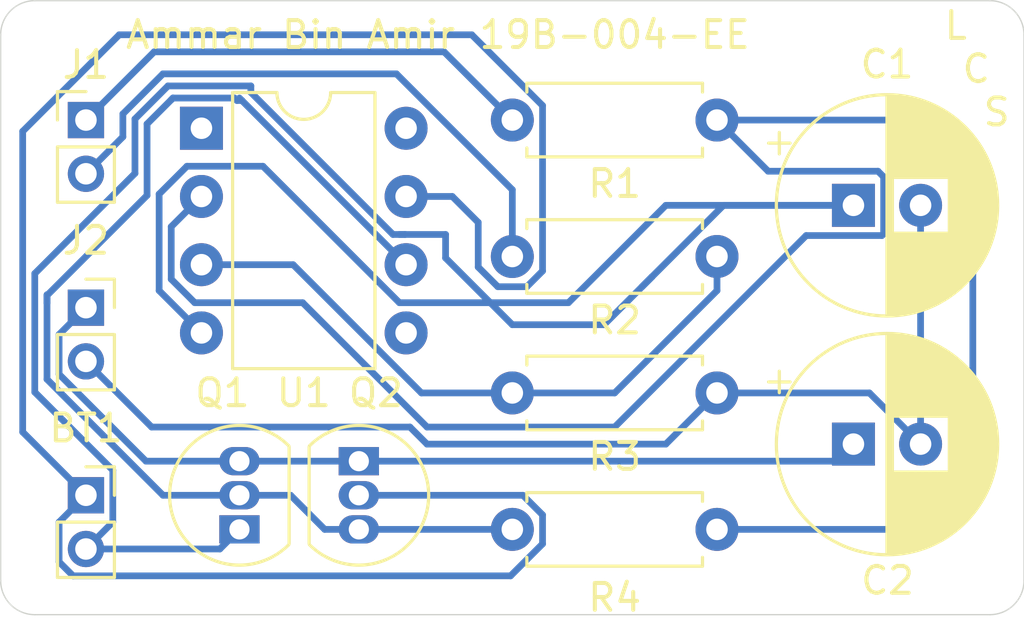
<source format=kicad_pcb>
(kicad_pcb (version 20171130) (host pcbnew "(5.1.10)-1")

  (general
    (thickness 1.6)
    (drawings 11)
    (tracks 116)
    (zones 0)
    (modules 12)
    (nets 13)
  )

  (page A4)
  (layers
    (0 F.Cu signal)
    (31 B.Cu signal)
    (32 B.Adhes user)
    (33 F.Adhes user)
    (34 B.Paste user)
    (35 F.Paste user)
    (36 B.SilkS user)
    (37 F.SilkS user)
    (38 B.Mask user)
    (39 F.Mask user)
    (40 Dwgs.User user)
    (41 Cmts.User user)
    (42 Eco1.User user)
    (43 Eco2.User user)
    (44 Edge.Cuts user)
    (45 Margin user)
    (46 B.CrtYd user)
    (47 F.CrtYd user)
    (48 B.Fab user)
    (49 F.Fab user hide)
  )

  (setup
    (last_trace_width 0.25)
    (trace_clearance 0.2)
    (zone_clearance 0.508)
    (zone_45_only no)
    (trace_min 0.2)
    (via_size 0.8)
    (via_drill 0.4)
    (via_min_size 0.4)
    (via_min_drill 0.3)
    (uvia_size 0.3)
    (uvia_drill 0.1)
    (uvias_allowed no)
    (uvia_min_size 0.2)
    (uvia_min_drill 0.1)
    (edge_width 0.05)
    (segment_width 0.2)
    (pcb_text_width 0.3)
    (pcb_text_size 1.5 1.5)
    (mod_edge_width 0.12)
    (mod_text_size 1 1)
    (mod_text_width 0.15)
    (pad_size 1.524 1.524)
    (pad_drill 0.762)
    (pad_to_mask_clearance 0)
    (aux_axis_origin 0 0)
    (visible_elements 7FFFFFFF)
    (pcbplotparams
      (layerselection 0x09020_fffffffe)
      (usegerberextensions false)
      (usegerberattributes true)
      (usegerberadvancedattributes true)
      (creategerberjobfile true)
      (excludeedgelayer true)
      (linewidth 0.100000)
      (plotframeref false)
      (viasonmask false)
      (mode 1)
      (useauxorigin false)
      (hpglpennumber 1)
      (hpglpenspeed 20)
      (hpglpendiameter 15.000000)
      (psnegative false)
      (psa4output false)
      (plotreference true)
      (plotvalue true)
      (plotinvisibletext false)
      (padsonsilk false)
      (subtractmaskfromsilk false)
      (outputformat 1)
      (mirror false)
      (drillshape 0)
      (scaleselection 1)
      (outputdirectory "./"))
  )

  (net 0 "")
  (net 1 "Net-(BT1-Pad1)")
  (net 2 "Net-(BT1-Pad2)")
  (net 3 GND)
  (net 4 "Net-(C2-Pad1)")
  (net 5 "Net-(J1-Pad1)")
  (net 6 "Net-(J1-Pad2)")
  (net 7 "Net-(Q1-Pad2)")
  (net 8 "Net-(R1-Pad1)")
  (net 9 "Net-(R2-Pad1)")
  (net 10 "Net-(U1-Pad1)")
  (net 11 "Net-(U1-Pad5)")
  (net 12 "Net-(U1-Pad8)")

  (net_class Default "This is the default net class."
    (clearance 0.2)
    (trace_width 0.25)
    (via_dia 0.8)
    (via_drill 0.4)
    (uvia_dia 0.3)
    (uvia_drill 0.1)
    (add_net GND)
    (add_net "Net-(BT1-Pad1)")
    (add_net "Net-(BT1-Pad2)")
    (add_net "Net-(C2-Pad1)")
    (add_net "Net-(J1-Pad1)")
    (add_net "Net-(J1-Pad2)")
    (add_net "Net-(Q1-Pad2)")
    (add_net "Net-(R1-Pad1)")
    (add_net "Net-(R2-Pad1)")
    (add_net "Net-(U1-Pad1)")
    (add_net "Net-(U1-Pad5)")
    (add_net "Net-(U1-Pad8)")
  )

  (module Connector_PinSocket_2.00mm:PinSocket_1x02_P2.00mm_Vertical (layer F.Cu) (tedit 5A19A42F) (tstamp 635C3481)
    (at 106.045 50.8)
    (descr "Through hole straight socket strip, 1x02, 2.00mm pitch, single row (from Kicad 4.0.7), script generated")
    (tags "Through hole socket strip THT 1x02 2.00mm single row")
    (path /635B0FE2)
    (fp_text reference BT1 (at 0 -2.5) (layer F.SilkS)
      (effects (font (size 1 1) (thickness 0.15)))
    )
    (fp_text value 9V (at 0 4.5) (layer F.Fab)
      (effects (font (size 1 1) (thickness 0.15)))
    )
    (fp_line (start -1 -1) (end 0.5 -1) (layer F.Fab) (width 0.1))
    (fp_line (start 0.5 -1) (end 1 -0.5) (layer F.Fab) (width 0.1))
    (fp_line (start 1 -0.5) (end 1 3) (layer F.Fab) (width 0.1))
    (fp_line (start 1 3) (end -1 3) (layer F.Fab) (width 0.1))
    (fp_line (start -1 3) (end -1 -1) (layer F.Fab) (width 0.1))
    (fp_line (start -1.06 1) (end 1.06 1) (layer F.SilkS) (width 0.12))
    (fp_line (start -1.06 1) (end -1.06 3.06) (layer F.SilkS) (width 0.12))
    (fp_line (start -1.06 3.06) (end 1.06 3.06) (layer F.SilkS) (width 0.12))
    (fp_line (start 1.06 1) (end 1.06 3.06) (layer F.SilkS) (width 0.12))
    (fp_line (start 1.06 -1.06) (end 1.06 0) (layer F.SilkS) (width 0.12))
    (fp_line (start 0 -1.06) (end 1.06 -1.06) (layer F.SilkS) (width 0.12))
    (fp_line (start -1.5 -1.5) (end 1.5 -1.5) (layer F.CrtYd) (width 0.05))
    (fp_line (start 1.5 -1.5) (end 1.5 3.5) (layer F.CrtYd) (width 0.05))
    (fp_line (start 1.5 3.5) (end -1.5 3.5) (layer F.CrtYd) (width 0.05))
    (fp_line (start -1.5 3.5) (end -1.5 -1.5) (layer F.CrtYd) (width 0.05))
    (fp_text user %R (at 0 1 90) (layer F.Fab)
      (effects (font (size 1 1) (thickness 0.15)))
    )
    (pad 1 thru_hole rect (at 0 0) (size 1.35 1.35) (drill 0.8) (layers *.Cu *.Mask)
      (net 1 "Net-(BT1-Pad1)"))
    (pad 2 thru_hole oval (at 0 2) (size 1.35 1.35) (drill 0.8) (layers *.Cu *.Mask)
      (net 2 "Net-(BT1-Pad2)"))
    (model ${KISYS3DMOD}/Connector_PinSocket_2.00mm.3dshapes/PinSocket_1x02_P2.00mm_Vertical.wrl
      (at (xyz 0 0 0))
      (scale (xyz 1 1 1))
      (rotate (xyz 0 0 0))
    )
  )

  (module Capacitor_THT:CP_Radial_D8.0mm_P2.50mm (layer F.Cu) (tedit 5AE50EF0) (tstamp 635C352A)
    (at 134.62 40.005)
    (descr "CP, Radial series, Radial, pin pitch=2.50mm, , diameter=8mm, Electrolytic Capacitor")
    (tags "CP Radial series Radial pin pitch 2.50mm  diameter 8mm Electrolytic Capacitor")
    (path /635B00CB)
    (fp_text reference C1 (at 1.25 -5.25) (layer F.SilkS)
      (effects (font (size 1 1) (thickness 0.15)))
    )
    (fp_text value 470μF,16V (at 1.25 5.25) (layer F.Fab)
      (effects (font (size 1 1) (thickness 0.15)))
    )
    (fp_circle (center 1.25 0) (end 5.25 0) (layer F.Fab) (width 0.1))
    (fp_circle (center 1.25 0) (end 5.37 0) (layer F.SilkS) (width 0.12))
    (fp_circle (center 1.25 0) (end 5.5 0) (layer F.CrtYd) (width 0.05))
    (fp_line (start -2.176759 -1.7475) (end -1.376759 -1.7475) (layer F.Fab) (width 0.1))
    (fp_line (start -1.776759 -2.1475) (end -1.776759 -1.3475) (layer F.Fab) (width 0.1))
    (fp_line (start 1.25 -4.08) (end 1.25 4.08) (layer F.SilkS) (width 0.12))
    (fp_line (start 1.29 -4.08) (end 1.29 4.08) (layer F.SilkS) (width 0.12))
    (fp_line (start 1.33 -4.08) (end 1.33 4.08) (layer F.SilkS) (width 0.12))
    (fp_line (start 1.37 -4.079) (end 1.37 4.079) (layer F.SilkS) (width 0.12))
    (fp_line (start 1.41 -4.077) (end 1.41 4.077) (layer F.SilkS) (width 0.12))
    (fp_line (start 1.45 -4.076) (end 1.45 4.076) (layer F.SilkS) (width 0.12))
    (fp_line (start 1.49 -4.074) (end 1.49 -1.04) (layer F.SilkS) (width 0.12))
    (fp_line (start 1.49 1.04) (end 1.49 4.074) (layer F.SilkS) (width 0.12))
    (fp_line (start 1.53 -4.071) (end 1.53 -1.04) (layer F.SilkS) (width 0.12))
    (fp_line (start 1.53 1.04) (end 1.53 4.071) (layer F.SilkS) (width 0.12))
    (fp_line (start 1.57 -4.068) (end 1.57 -1.04) (layer F.SilkS) (width 0.12))
    (fp_line (start 1.57 1.04) (end 1.57 4.068) (layer F.SilkS) (width 0.12))
    (fp_line (start 1.61 -4.065) (end 1.61 -1.04) (layer F.SilkS) (width 0.12))
    (fp_line (start 1.61 1.04) (end 1.61 4.065) (layer F.SilkS) (width 0.12))
    (fp_line (start 1.65 -4.061) (end 1.65 -1.04) (layer F.SilkS) (width 0.12))
    (fp_line (start 1.65 1.04) (end 1.65 4.061) (layer F.SilkS) (width 0.12))
    (fp_line (start 1.69 -4.057) (end 1.69 -1.04) (layer F.SilkS) (width 0.12))
    (fp_line (start 1.69 1.04) (end 1.69 4.057) (layer F.SilkS) (width 0.12))
    (fp_line (start 1.73 -4.052) (end 1.73 -1.04) (layer F.SilkS) (width 0.12))
    (fp_line (start 1.73 1.04) (end 1.73 4.052) (layer F.SilkS) (width 0.12))
    (fp_line (start 1.77 -4.048) (end 1.77 -1.04) (layer F.SilkS) (width 0.12))
    (fp_line (start 1.77 1.04) (end 1.77 4.048) (layer F.SilkS) (width 0.12))
    (fp_line (start 1.81 -4.042) (end 1.81 -1.04) (layer F.SilkS) (width 0.12))
    (fp_line (start 1.81 1.04) (end 1.81 4.042) (layer F.SilkS) (width 0.12))
    (fp_line (start 1.85 -4.037) (end 1.85 -1.04) (layer F.SilkS) (width 0.12))
    (fp_line (start 1.85 1.04) (end 1.85 4.037) (layer F.SilkS) (width 0.12))
    (fp_line (start 1.89 -4.03) (end 1.89 -1.04) (layer F.SilkS) (width 0.12))
    (fp_line (start 1.89 1.04) (end 1.89 4.03) (layer F.SilkS) (width 0.12))
    (fp_line (start 1.93 -4.024) (end 1.93 -1.04) (layer F.SilkS) (width 0.12))
    (fp_line (start 1.93 1.04) (end 1.93 4.024) (layer F.SilkS) (width 0.12))
    (fp_line (start 1.971 -4.017) (end 1.971 -1.04) (layer F.SilkS) (width 0.12))
    (fp_line (start 1.971 1.04) (end 1.971 4.017) (layer F.SilkS) (width 0.12))
    (fp_line (start 2.011 -4.01) (end 2.011 -1.04) (layer F.SilkS) (width 0.12))
    (fp_line (start 2.011 1.04) (end 2.011 4.01) (layer F.SilkS) (width 0.12))
    (fp_line (start 2.051 -4.002) (end 2.051 -1.04) (layer F.SilkS) (width 0.12))
    (fp_line (start 2.051 1.04) (end 2.051 4.002) (layer F.SilkS) (width 0.12))
    (fp_line (start 2.091 -3.994) (end 2.091 -1.04) (layer F.SilkS) (width 0.12))
    (fp_line (start 2.091 1.04) (end 2.091 3.994) (layer F.SilkS) (width 0.12))
    (fp_line (start 2.131 -3.985) (end 2.131 -1.04) (layer F.SilkS) (width 0.12))
    (fp_line (start 2.131 1.04) (end 2.131 3.985) (layer F.SilkS) (width 0.12))
    (fp_line (start 2.171 -3.976) (end 2.171 -1.04) (layer F.SilkS) (width 0.12))
    (fp_line (start 2.171 1.04) (end 2.171 3.976) (layer F.SilkS) (width 0.12))
    (fp_line (start 2.211 -3.967) (end 2.211 -1.04) (layer F.SilkS) (width 0.12))
    (fp_line (start 2.211 1.04) (end 2.211 3.967) (layer F.SilkS) (width 0.12))
    (fp_line (start 2.251 -3.957) (end 2.251 -1.04) (layer F.SilkS) (width 0.12))
    (fp_line (start 2.251 1.04) (end 2.251 3.957) (layer F.SilkS) (width 0.12))
    (fp_line (start 2.291 -3.947) (end 2.291 -1.04) (layer F.SilkS) (width 0.12))
    (fp_line (start 2.291 1.04) (end 2.291 3.947) (layer F.SilkS) (width 0.12))
    (fp_line (start 2.331 -3.936) (end 2.331 -1.04) (layer F.SilkS) (width 0.12))
    (fp_line (start 2.331 1.04) (end 2.331 3.936) (layer F.SilkS) (width 0.12))
    (fp_line (start 2.371 -3.925) (end 2.371 -1.04) (layer F.SilkS) (width 0.12))
    (fp_line (start 2.371 1.04) (end 2.371 3.925) (layer F.SilkS) (width 0.12))
    (fp_line (start 2.411 -3.914) (end 2.411 -1.04) (layer F.SilkS) (width 0.12))
    (fp_line (start 2.411 1.04) (end 2.411 3.914) (layer F.SilkS) (width 0.12))
    (fp_line (start 2.451 -3.902) (end 2.451 -1.04) (layer F.SilkS) (width 0.12))
    (fp_line (start 2.451 1.04) (end 2.451 3.902) (layer F.SilkS) (width 0.12))
    (fp_line (start 2.491 -3.889) (end 2.491 -1.04) (layer F.SilkS) (width 0.12))
    (fp_line (start 2.491 1.04) (end 2.491 3.889) (layer F.SilkS) (width 0.12))
    (fp_line (start 2.531 -3.877) (end 2.531 -1.04) (layer F.SilkS) (width 0.12))
    (fp_line (start 2.531 1.04) (end 2.531 3.877) (layer F.SilkS) (width 0.12))
    (fp_line (start 2.571 -3.863) (end 2.571 -1.04) (layer F.SilkS) (width 0.12))
    (fp_line (start 2.571 1.04) (end 2.571 3.863) (layer F.SilkS) (width 0.12))
    (fp_line (start 2.611 -3.85) (end 2.611 -1.04) (layer F.SilkS) (width 0.12))
    (fp_line (start 2.611 1.04) (end 2.611 3.85) (layer F.SilkS) (width 0.12))
    (fp_line (start 2.651 -3.835) (end 2.651 -1.04) (layer F.SilkS) (width 0.12))
    (fp_line (start 2.651 1.04) (end 2.651 3.835) (layer F.SilkS) (width 0.12))
    (fp_line (start 2.691 -3.821) (end 2.691 -1.04) (layer F.SilkS) (width 0.12))
    (fp_line (start 2.691 1.04) (end 2.691 3.821) (layer F.SilkS) (width 0.12))
    (fp_line (start 2.731 -3.805) (end 2.731 -1.04) (layer F.SilkS) (width 0.12))
    (fp_line (start 2.731 1.04) (end 2.731 3.805) (layer F.SilkS) (width 0.12))
    (fp_line (start 2.771 -3.79) (end 2.771 -1.04) (layer F.SilkS) (width 0.12))
    (fp_line (start 2.771 1.04) (end 2.771 3.79) (layer F.SilkS) (width 0.12))
    (fp_line (start 2.811 -3.774) (end 2.811 -1.04) (layer F.SilkS) (width 0.12))
    (fp_line (start 2.811 1.04) (end 2.811 3.774) (layer F.SilkS) (width 0.12))
    (fp_line (start 2.851 -3.757) (end 2.851 -1.04) (layer F.SilkS) (width 0.12))
    (fp_line (start 2.851 1.04) (end 2.851 3.757) (layer F.SilkS) (width 0.12))
    (fp_line (start 2.891 -3.74) (end 2.891 -1.04) (layer F.SilkS) (width 0.12))
    (fp_line (start 2.891 1.04) (end 2.891 3.74) (layer F.SilkS) (width 0.12))
    (fp_line (start 2.931 -3.722) (end 2.931 -1.04) (layer F.SilkS) (width 0.12))
    (fp_line (start 2.931 1.04) (end 2.931 3.722) (layer F.SilkS) (width 0.12))
    (fp_line (start 2.971 -3.704) (end 2.971 -1.04) (layer F.SilkS) (width 0.12))
    (fp_line (start 2.971 1.04) (end 2.971 3.704) (layer F.SilkS) (width 0.12))
    (fp_line (start 3.011 -3.686) (end 3.011 -1.04) (layer F.SilkS) (width 0.12))
    (fp_line (start 3.011 1.04) (end 3.011 3.686) (layer F.SilkS) (width 0.12))
    (fp_line (start 3.051 -3.666) (end 3.051 -1.04) (layer F.SilkS) (width 0.12))
    (fp_line (start 3.051 1.04) (end 3.051 3.666) (layer F.SilkS) (width 0.12))
    (fp_line (start 3.091 -3.647) (end 3.091 -1.04) (layer F.SilkS) (width 0.12))
    (fp_line (start 3.091 1.04) (end 3.091 3.647) (layer F.SilkS) (width 0.12))
    (fp_line (start 3.131 -3.627) (end 3.131 -1.04) (layer F.SilkS) (width 0.12))
    (fp_line (start 3.131 1.04) (end 3.131 3.627) (layer F.SilkS) (width 0.12))
    (fp_line (start 3.171 -3.606) (end 3.171 -1.04) (layer F.SilkS) (width 0.12))
    (fp_line (start 3.171 1.04) (end 3.171 3.606) (layer F.SilkS) (width 0.12))
    (fp_line (start 3.211 -3.584) (end 3.211 -1.04) (layer F.SilkS) (width 0.12))
    (fp_line (start 3.211 1.04) (end 3.211 3.584) (layer F.SilkS) (width 0.12))
    (fp_line (start 3.251 -3.562) (end 3.251 -1.04) (layer F.SilkS) (width 0.12))
    (fp_line (start 3.251 1.04) (end 3.251 3.562) (layer F.SilkS) (width 0.12))
    (fp_line (start 3.291 -3.54) (end 3.291 -1.04) (layer F.SilkS) (width 0.12))
    (fp_line (start 3.291 1.04) (end 3.291 3.54) (layer F.SilkS) (width 0.12))
    (fp_line (start 3.331 -3.517) (end 3.331 -1.04) (layer F.SilkS) (width 0.12))
    (fp_line (start 3.331 1.04) (end 3.331 3.517) (layer F.SilkS) (width 0.12))
    (fp_line (start 3.371 -3.493) (end 3.371 -1.04) (layer F.SilkS) (width 0.12))
    (fp_line (start 3.371 1.04) (end 3.371 3.493) (layer F.SilkS) (width 0.12))
    (fp_line (start 3.411 -3.469) (end 3.411 -1.04) (layer F.SilkS) (width 0.12))
    (fp_line (start 3.411 1.04) (end 3.411 3.469) (layer F.SilkS) (width 0.12))
    (fp_line (start 3.451 -3.444) (end 3.451 -1.04) (layer F.SilkS) (width 0.12))
    (fp_line (start 3.451 1.04) (end 3.451 3.444) (layer F.SilkS) (width 0.12))
    (fp_line (start 3.491 -3.418) (end 3.491 -1.04) (layer F.SilkS) (width 0.12))
    (fp_line (start 3.491 1.04) (end 3.491 3.418) (layer F.SilkS) (width 0.12))
    (fp_line (start 3.531 -3.392) (end 3.531 -1.04) (layer F.SilkS) (width 0.12))
    (fp_line (start 3.531 1.04) (end 3.531 3.392) (layer F.SilkS) (width 0.12))
    (fp_line (start 3.571 -3.365) (end 3.571 3.365) (layer F.SilkS) (width 0.12))
    (fp_line (start 3.611 -3.338) (end 3.611 3.338) (layer F.SilkS) (width 0.12))
    (fp_line (start 3.651 -3.309) (end 3.651 3.309) (layer F.SilkS) (width 0.12))
    (fp_line (start 3.691 -3.28) (end 3.691 3.28) (layer F.SilkS) (width 0.12))
    (fp_line (start 3.731 -3.25) (end 3.731 3.25) (layer F.SilkS) (width 0.12))
    (fp_line (start 3.771 -3.22) (end 3.771 3.22) (layer F.SilkS) (width 0.12))
    (fp_line (start 3.811 -3.189) (end 3.811 3.189) (layer F.SilkS) (width 0.12))
    (fp_line (start 3.851 -3.156) (end 3.851 3.156) (layer F.SilkS) (width 0.12))
    (fp_line (start 3.891 -3.124) (end 3.891 3.124) (layer F.SilkS) (width 0.12))
    (fp_line (start 3.931 -3.09) (end 3.931 3.09) (layer F.SilkS) (width 0.12))
    (fp_line (start 3.971 -3.055) (end 3.971 3.055) (layer F.SilkS) (width 0.12))
    (fp_line (start 4.011 -3.019) (end 4.011 3.019) (layer F.SilkS) (width 0.12))
    (fp_line (start 4.051 -2.983) (end 4.051 2.983) (layer F.SilkS) (width 0.12))
    (fp_line (start 4.091 -2.945) (end 4.091 2.945) (layer F.SilkS) (width 0.12))
    (fp_line (start 4.131 -2.907) (end 4.131 2.907) (layer F.SilkS) (width 0.12))
    (fp_line (start 4.171 -2.867) (end 4.171 2.867) (layer F.SilkS) (width 0.12))
    (fp_line (start 4.211 -2.826) (end 4.211 2.826) (layer F.SilkS) (width 0.12))
    (fp_line (start 4.251 -2.784) (end 4.251 2.784) (layer F.SilkS) (width 0.12))
    (fp_line (start 4.291 -2.741) (end 4.291 2.741) (layer F.SilkS) (width 0.12))
    (fp_line (start 4.331 -2.697) (end 4.331 2.697) (layer F.SilkS) (width 0.12))
    (fp_line (start 4.371 -2.651) (end 4.371 2.651) (layer F.SilkS) (width 0.12))
    (fp_line (start 4.411 -2.604) (end 4.411 2.604) (layer F.SilkS) (width 0.12))
    (fp_line (start 4.451 -2.556) (end 4.451 2.556) (layer F.SilkS) (width 0.12))
    (fp_line (start 4.491 -2.505) (end 4.491 2.505) (layer F.SilkS) (width 0.12))
    (fp_line (start 4.531 -2.454) (end 4.531 2.454) (layer F.SilkS) (width 0.12))
    (fp_line (start 4.571 -2.4) (end 4.571 2.4) (layer F.SilkS) (width 0.12))
    (fp_line (start 4.611 -2.345) (end 4.611 2.345) (layer F.SilkS) (width 0.12))
    (fp_line (start 4.651 -2.287) (end 4.651 2.287) (layer F.SilkS) (width 0.12))
    (fp_line (start 4.691 -2.228) (end 4.691 2.228) (layer F.SilkS) (width 0.12))
    (fp_line (start 4.731 -2.166) (end 4.731 2.166) (layer F.SilkS) (width 0.12))
    (fp_line (start 4.771 -2.102) (end 4.771 2.102) (layer F.SilkS) (width 0.12))
    (fp_line (start 4.811 -2.034) (end 4.811 2.034) (layer F.SilkS) (width 0.12))
    (fp_line (start 4.851 -1.964) (end 4.851 1.964) (layer F.SilkS) (width 0.12))
    (fp_line (start 4.891 -1.89) (end 4.891 1.89) (layer F.SilkS) (width 0.12))
    (fp_line (start 4.931 -1.813) (end 4.931 1.813) (layer F.SilkS) (width 0.12))
    (fp_line (start 4.971 -1.731) (end 4.971 1.731) (layer F.SilkS) (width 0.12))
    (fp_line (start 5.011 -1.645) (end 5.011 1.645) (layer F.SilkS) (width 0.12))
    (fp_line (start 5.051 -1.552) (end 5.051 1.552) (layer F.SilkS) (width 0.12))
    (fp_line (start 5.091 -1.453) (end 5.091 1.453) (layer F.SilkS) (width 0.12))
    (fp_line (start 5.131 -1.346) (end 5.131 1.346) (layer F.SilkS) (width 0.12))
    (fp_line (start 5.171 -1.229) (end 5.171 1.229) (layer F.SilkS) (width 0.12))
    (fp_line (start 5.211 -1.098) (end 5.211 1.098) (layer F.SilkS) (width 0.12))
    (fp_line (start 5.251 -0.948) (end 5.251 0.948) (layer F.SilkS) (width 0.12))
    (fp_line (start 5.291 -0.768) (end 5.291 0.768) (layer F.SilkS) (width 0.12))
    (fp_line (start 5.331 -0.533) (end 5.331 0.533) (layer F.SilkS) (width 0.12))
    (fp_line (start -3.159698 -2.315) (end -2.359698 -2.315) (layer F.SilkS) (width 0.12))
    (fp_line (start -2.759698 -2.715) (end -2.759698 -1.915) (layer F.SilkS) (width 0.12))
    (fp_text user %R (at 1.25 0) (layer F.Fab)
      (effects (font (size 1 1) (thickness 0.15)))
    )
    (pad 1 thru_hole rect (at 0 0) (size 1.6 1.6) (drill 0.8) (layers *.Cu *.Mask)
      (net 2 "Net-(BT1-Pad2)"))
    (pad 2 thru_hole circle (at 2.5 0) (size 1.6 1.6) (drill 0.8) (layers *.Cu *.Mask)
      (net 3 GND))
    (model ${KISYS3DMOD}/Capacitor_THT.3dshapes/CP_Radial_D8.0mm_P2.50mm.wrl
      (at (xyz 0 0 0))
      (scale (xyz 1 1 1))
      (rotate (xyz 0 0 0))
    )
  )

  (module Capacitor_THT:CP_Radial_D8.0mm_P2.50mm (layer F.Cu) (tedit 5AE50EF0) (tstamp 635C35D3)
    (at 134.62 48.895)
    (descr "CP, Radial series, Radial, pin pitch=2.50mm, , diameter=8mm, Electrolytic Capacitor")
    (tags "CP Radial series Radial pin pitch 2.50mm  diameter 8mm Electrolytic Capacitor")
    (path /635BE442)
    (fp_text reference C2 (at 1.27 5.08) (layer F.SilkS)
      (effects (font (size 1 1) (thickness 0.15)))
    )
    (fp_text value 470μF,16V (at 1.25 5.25) (layer F.Fab)
      (effects (font (size 1 1) (thickness 0.15)))
    )
    (fp_line (start -2.759698 -2.715) (end -2.759698 -1.915) (layer F.SilkS) (width 0.12))
    (fp_line (start -3.159698 -2.315) (end -2.359698 -2.315) (layer F.SilkS) (width 0.12))
    (fp_line (start 5.331 -0.533) (end 5.331 0.533) (layer F.SilkS) (width 0.12))
    (fp_line (start 5.291 -0.768) (end 5.291 0.768) (layer F.SilkS) (width 0.12))
    (fp_line (start 5.251 -0.948) (end 5.251 0.948) (layer F.SilkS) (width 0.12))
    (fp_line (start 5.211 -1.098) (end 5.211 1.098) (layer F.SilkS) (width 0.12))
    (fp_line (start 5.171 -1.229) (end 5.171 1.229) (layer F.SilkS) (width 0.12))
    (fp_line (start 5.131 -1.346) (end 5.131 1.346) (layer F.SilkS) (width 0.12))
    (fp_line (start 5.091 -1.453) (end 5.091 1.453) (layer F.SilkS) (width 0.12))
    (fp_line (start 5.051 -1.552) (end 5.051 1.552) (layer F.SilkS) (width 0.12))
    (fp_line (start 5.011 -1.645) (end 5.011 1.645) (layer F.SilkS) (width 0.12))
    (fp_line (start 4.971 -1.731) (end 4.971 1.731) (layer F.SilkS) (width 0.12))
    (fp_line (start 4.931 -1.813) (end 4.931 1.813) (layer F.SilkS) (width 0.12))
    (fp_line (start 4.891 -1.89) (end 4.891 1.89) (layer F.SilkS) (width 0.12))
    (fp_line (start 4.851 -1.964) (end 4.851 1.964) (layer F.SilkS) (width 0.12))
    (fp_line (start 4.811 -2.034) (end 4.811 2.034) (layer F.SilkS) (width 0.12))
    (fp_line (start 4.771 -2.102) (end 4.771 2.102) (layer F.SilkS) (width 0.12))
    (fp_line (start 4.731 -2.166) (end 4.731 2.166) (layer F.SilkS) (width 0.12))
    (fp_line (start 4.691 -2.228) (end 4.691 2.228) (layer F.SilkS) (width 0.12))
    (fp_line (start 4.651 -2.287) (end 4.651 2.287) (layer F.SilkS) (width 0.12))
    (fp_line (start 4.611 -2.345) (end 4.611 2.345) (layer F.SilkS) (width 0.12))
    (fp_line (start 4.571 -2.4) (end 4.571 2.4) (layer F.SilkS) (width 0.12))
    (fp_line (start 4.531 -2.454) (end 4.531 2.454) (layer F.SilkS) (width 0.12))
    (fp_line (start 4.491 -2.505) (end 4.491 2.505) (layer F.SilkS) (width 0.12))
    (fp_line (start 4.451 -2.556) (end 4.451 2.556) (layer F.SilkS) (width 0.12))
    (fp_line (start 4.411 -2.604) (end 4.411 2.604) (layer F.SilkS) (width 0.12))
    (fp_line (start 4.371 -2.651) (end 4.371 2.651) (layer F.SilkS) (width 0.12))
    (fp_line (start 4.331 -2.697) (end 4.331 2.697) (layer F.SilkS) (width 0.12))
    (fp_line (start 4.291 -2.741) (end 4.291 2.741) (layer F.SilkS) (width 0.12))
    (fp_line (start 4.251 -2.784) (end 4.251 2.784) (layer F.SilkS) (width 0.12))
    (fp_line (start 4.211 -2.826) (end 4.211 2.826) (layer F.SilkS) (width 0.12))
    (fp_line (start 4.171 -2.867) (end 4.171 2.867) (layer F.SilkS) (width 0.12))
    (fp_line (start 4.131 -2.907) (end 4.131 2.907) (layer F.SilkS) (width 0.12))
    (fp_line (start 4.091 -2.945) (end 4.091 2.945) (layer F.SilkS) (width 0.12))
    (fp_line (start 4.051 -2.983) (end 4.051 2.983) (layer F.SilkS) (width 0.12))
    (fp_line (start 4.011 -3.019) (end 4.011 3.019) (layer F.SilkS) (width 0.12))
    (fp_line (start 3.971 -3.055) (end 3.971 3.055) (layer F.SilkS) (width 0.12))
    (fp_line (start 3.931 -3.09) (end 3.931 3.09) (layer F.SilkS) (width 0.12))
    (fp_line (start 3.891 -3.124) (end 3.891 3.124) (layer F.SilkS) (width 0.12))
    (fp_line (start 3.851 -3.156) (end 3.851 3.156) (layer F.SilkS) (width 0.12))
    (fp_line (start 3.811 -3.189) (end 3.811 3.189) (layer F.SilkS) (width 0.12))
    (fp_line (start 3.771 -3.22) (end 3.771 3.22) (layer F.SilkS) (width 0.12))
    (fp_line (start 3.731 -3.25) (end 3.731 3.25) (layer F.SilkS) (width 0.12))
    (fp_line (start 3.691 -3.28) (end 3.691 3.28) (layer F.SilkS) (width 0.12))
    (fp_line (start 3.651 -3.309) (end 3.651 3.309) (layer F.SilkS) (width 0.12))
    (fp_line (start 3.611 -3.338) (end 3.611 3.338) (layer F.SilkS) (width 0.12))
    (fp_line (start 3.571 -3.365) (end 3.571 3.365) (layer F.SilkS) (width 0.12))
    (fp_line (start 3.531 1.04) (end 3.531 3.392) (layer F.SilkS) (width 0.12))
    (fp_line (start 3.531 -3.392) (end 3.531 -1.04) (layer F.SilkS) (width 0.12))
    (fp_line (start 3.491 1.04) (end 3.491 3.418) (layer F.SilkS) (width 0.12))
    (fp_line (start 3.491 -3.418) (end 3.491 -1.04) (layer F.SilkS) (width 0.12))
    (fp_line (start 3.451 1.04) (end 3.451 3.444) (layer F.SilkS) (width 0.12))
    (fp_line (start 3.451 -3.444) (end 3.451 -1.04) (layer F.SilkS) (width 0.12))
    (fp_line (start 3.411 1.04) (end 3.411 3.469) (layer F.SilkS) (width 0.12))
    (fp_line (start 3.411 -3.469) (end 3.411 -1.04) (layer F.SilkS) (width 0.12))
    (fp_line (start 3.371 1.04) (end 3.371 3.493) (layer F.SilkS) (width 0.12))
    (fp_line (start 3.371 -3.493) (end 3.371 -1.04) (layer F.SilkS) (width 0.12))
    (fp_line (start 3.331 1.04) (end 3.331 3.517) (layer F.SilkS) (width 0.12))
    (fp_line (start 3.331 -3.517) (end 3.331 -1.04) (layer F.SilkS) (width 0.12))
    (fp_line (start 3.291 1.04) (end 3.291 3.54) (layer F.SilkS) (width 0.12))
    (fp_line (start 3.291 -3.54) (end 3.291 -1.04) (layer F.SilkS) (width 0.12))
    (fp_line (start 3.251 1.04) (end 3.251 3.562) (layer F.SilkS) (width 0.12))
    (fp_line (start 3.251 -3.562) (end 3.251 -1.04) (layer F.SilkS) (width 0.12))
    (fp_line (start 3.211 1.04) (end 3.211 3.584) (layer F.SilkS) (width 0.12))
    (fp_line (start 3.211 -3.584) (end 3.211 -1.04) (layer F.SilkS) (width 0.12))
    (fp_line (start 3.171 1.04) (end 3.171 3.606) (layer F.SilkS) (width 0.12))
    (fp_line (start 3.171 -3.606) (end 3.171 -1.04) (layer F.SilkS) (width 0.12))
    (fp_line (start 3.131 1.04) (end 3.131 3.627) (layer F.SilkS) (width 0.12))
    (fp_line (start 3.131 -3.627) (end 3.131 -1.04) (layer F.SilkS) (width 0.12))
    (fp_line (start 3.091 1.04) (end 3.091 3.647) (layer F.SilkS) (width 0.12))
    (fp_line (start 3.091 -3.647) (end 3.091 -1.04) (layer F.SilkS) (width 0.12))
    (fp_line (start 3.051 1.04) (end 3.051 3.666) (layer F.SilkS) (width 0.12))
    (fp_line (start 3.051 -3.666) (end 3.051 -1.04) (layer F.SilkS) (width 0.12))
    (fp_line (start 3.011 1.04) (end 3.011 3.686) (layer F.SilkS) (width 0.12))
    (fp_line (start 3.011 -3.686) (end 3.011 -1.04) (layer F.SilkS) (width 0.12))
    (fp_line (start 2.971 1.04) (end 2.971 3.704) (layer F.SilkS) (width 0.12))
    (fp_line (start 2.971 -3.704) (end 2.971 -1.04) (layer F.SilkS) (width 0.12))
    (fp_line (start 2.931 1.04) (end 2.931 3.722) (layer F.SilkS) (width 0.12))
    (fp_line (start 2.931 -3.722) (end 2.931 -1.04) (layer F.SilkS) (width 0.12))
    (fp_line (start 2.891 1.04) (end 2.891 3.74) (layer F.SilkS) (width 0.12))
    (fp_line (start 2.891 -3.74) (end 2.891 -1.04) (layer F.SilkS) (width 0.12))
    (fp_line (start 2.851 1.04) (end 2.851 3.757) (layer F.SilkS) (width 0.12))
    (fp_line (start 2.851 -3.757) (end 2.851 -1.04) (layer F.SilkS) (width 0.12))
    (fp_line (start 2.811 1.04) (end 2.811 3.774) (layer F.SilkS) (width 0.12))
    (fp_line (start 2.811 -3.774) (end 2.811 -1.04) (layer F.SilkS) (width 0.12))
    (fp_line (start 2.771 1.04) (end 2.771 3.79) (layer F.SilkS) (width 0.12))
    (fp_line (start 2.771 -3.79) (end 2.771 -1.04) (layer F.SilkS) (width 0.12))
    (fp_line (start 2.731 1.04) (end 2.731 3.805) (layer F.SilkS) (width 0.12))
    (fp_line (start 2.731 -3.805) (end 2.731 -1.04) (layer F.SilkS) (width 0.12))
    (fp_line (start 2.691 1.04) (end 2.691 3.821) (layer F.SilkS) (width 0.12))
    (fp_line (start 2.691 -3.821) (end 2.691 -1.04) (layer F.SilkS) (width 0.12))
    (fp_line (start 2.651 1.04) (end 2.651 3.835) (layer F.SilkS) (width 0.12))
    (fp_line (start 2.651 -3.835) (end 2.651 -1.04) (layer F.SilkS) (width 0.12))
    (fp_line (start 2.611 1.04) (end 2.611 3.85) (layer F.SilkS) (width 0.12))
    (fp_line (start 2.611 -3.85) (end 2.611 -1.04) (layer F.SilkS) (width 0.12))
    (fp_line (start 2.571 1.04) (end 2.571 3.863) (layer F.SilkS) (width 0.12))
    (fp_line (start 2.571 -3.863) (end 2.571 -1.04) (layer F.SilkS) (width 0.12))
    (fp_line (start 2.531 1.04) (end 2.531 3.877) (layer F.SilkS) (width 0.12))
    (fp_line (start 2.531 -3.877) (end 2.531 -1.04) (layer F.SilkS) (width 0.12))
    (fp_line (start 2.491 1.04) (end 2.491 3.889) (layer F.SilkS) (width 0.12))
    (fp_line (start 2.491 -3.889) (end 2.491 -1.04) (layer F.SilkS) (width 0.12))
    (fp_line (start 2.451 1.04) (end 2.451 3.902) (layer F.SilkS) (width 0.12))
    (fp_line (start 2.451 -3.902) (end 2.451 -1.04) (layer F.SilkS) (width 0.12))
    (fp_line (start 2.411 1.04) (end 2.411 3.914) (layer F.SilkS) (width 0.12))
    (fp_line (start 2.411 -3.914) (end 2.411 -1.04) (layer F.SilkS) (width 0.12))
    (fp_line (start 2.371 1.04) (end 2.371 3.925) (layer F.SilkS) (width 0.12))
    (fp_line (start 2.371 -3.925) (end 2.371 -1.04) (layer F.SilkS) (width 0.12))
    (fp_line (start 2.331 1.04) (end 2.331 3.936) (layer F.SilkS) (width 0.12))
    (fp_line (start 2.331 -3.936) (end 2.331 -1.04) (layer F.SilkS) (width 0.12))
    (fp_line (start 2.291 1.04) (end 2.291 3.947) (layer F.SilkS) (width 0.12))
    (fp_line (start 2.291 -3.947) (end 2.291 -1.04) (layer F.SilkS) (width 0.12))
    (fp_line (start 2.251 1.04) (end 2.251 3.957) (layer F.SilkS) (width 0.12))
    (fp_line (start 2.251 -3.957) (end 2.251 -1.04) (layer F.SilkS) (width 0.12))
    (fp_line (start 2.211 1.04) (end 2.211 3.967) (layer F.SilkS) (width 0.12))
    (fp_line (start 2.211 -3.967) (end 2.211 -1.04) (layer F.SilkS) (width 0.12))
    (fp_line (start 2.171 1.04) (end 2.171 3.976) (layer F.SilkS) (width 0.12))
    (fp_line (start 2.171 -3.976) (end 2.171 -1.04) (layer F.SilkS) (width 0.12))
    (fp_line (start 2.131 1.04) (end 2.131 3.985) (layer F.SilkS) (width 0.12))
    (fp_line (start 2.131 -3.985) (end 2.131 -1.04) (layer F.SilkS) (width 0.12))
    (fp_line (start 2.091 1.04) (end 2.091 3.994) (layer F.SilkS) (width 0.12))
    (fp_line (start 2.091 -3.994) (end 2.091 -1.04) (layer F.SilkS) (width 0.12))
    (fp_line (start 2.051 1.04) (end 2.051 4.002) (layer F.SilkS) (width 0.12))
    (fp_line (start 2.051 -4.002) (end 2.051 -1.04) (layer F.SilkS) (width 0.12))
    (fp_line (start 2.011 1.04) (end 2.011 4.01) (layer F.SilkS) (width 0.12))
    (fp_line (start 2.011 -4.01) (end 2.011 -1.04) (layer F.SilkS) (width 0.12))
    (fp_line (start 1.971 1.04) (end 1.971 4.017) (layer F.SilkS) (width 0.12))
    (fp_line (start 1.971 -4.017) (end 1.971 -1.04) (layer F.SilkS) (width 0.12))
    (fp_line (start 1.93 1.04) (end 1.93 4.024) (layer F.SilkS) (width 0.12))
    (fp_line (start 1.93 -4.024) (end 1.93 -1.04) (layer F.SilkS) (width 0.12))
    (fp_line (start 1.89 1.04) (end 1.89 4.03) (layer F.SilkS) (width 0.12))
    (fp_line (start 1.89 -4.03) (end 1.89 -1.04) (layer F.SilkS) (width 0.12))
    (fp_line (start 1.85 1.04) (end 1.85 4.037) (layer F.SilkS) (width 0.12))
    (fp_line (start 1.85 -4.037) (end 1.85 -1.04) (layer F.SilkS) (width 0.12))
    (fp_line (start 1.81 1.04) (end 1.81 4.042) (layer F.SilkS) (width 0.12))
    (fp_line (start 1.81 -4.042) (end 1.81 -1.04) (layer F.SilkS) (width 0.12))
    (fp_line (start 1.77 1.04) (end 1.77 4.048) (layer F.SilkS) (width 0.12))
    (fp_line (start 1.77 -4.048) (end 1.77 -1.04) (layer F.SilkS) (width 0.12))
    (fp_line (start 1.73 1.04) (end 1.73 4.052) (layer F.SilkS) (width 0.12))
    (fp_line (start 1.73 -4.052) (end 1.73 -1.04) (layer F.SilkS) (width 0.12))
    (fp_line (start 1.69 1.04) (end 1.69 4.057) (layer F.SilkS) (width 0.12))
    (fp_line (start 1.69 -4.057) (end 1.69 -1.04) (layer F.SilkS) (width 0.12))
    (fp_line (start 1.65 1.04) (end 1.65 4.061) (layer F.SilkS) (width 0.12))
    (fp_line (start 1.65 -4.061) (end 1.65 -1.04) (layer F.SilkS) (width 0.12))
    (fp_line (start 1.61 1.04) (end 1.61 4.065) (layer F.SilkS) (width 0.12))
    (fp_line (start 1.61 -4.065) (end 1.61 -1.04) (layer F.SilkS) (width 0.12))
    (fp_line (start 1.57 1.04) (end 1.57 4.068) (layer F.SilkS) (width 0.12))
    (fp_line (start 1.57 -4.068) (end 1.57 -1.04) (layer F.SilkS) (width 0.12))
    (fp_line (start 1.53 1.04) (end 1.53 4.071) (layer F.SilkS) (width 0.12))
    (fp_line (start 1.53 -4.071) (end 1.53 -1.04) (layer F.SilkS) (width 0.12))
    (fp_line (start 1.49 1.04) (end 1.49 4.074) (layer F.SilkS) (width 0.12))
    (fp_line (start 1.49 -4.074) (end 1.49 -1.04) (layer F.SilkS) (width 0.12))
    (fp_line (start 1.45 -4.076) (end 1.45 4.076) (layer F.SilkS) (width 0.12))
    (fp_line (start 1.41 -4.077) (end 1.41 4.077) (layer F.SilkS) (width 0.12))
    (fp_line (start 1.37 -4.079) (end 1.37 4.079) (layer F.SilkS) (width 0.12))
    (fp_line (start 1.33 -4.08) (end 1.33 4.08) (layer F.SilkS) (width 0.12))
    (fp_line (start 1.29 -4.08) (end 1.29 4.08) (layer F.SilkS) (width 0.12))
    (fp_line (start 1.25 -4.08) (end 1.25 4.08) (layer F.SilkS) (width 0.12))
    (fp_line (start -1.776759 -2.1475) (end -1.776759 -1.3475) (layer F.Fab) (width 0.1))
    (fp_line (start -2.176759 -1.7475) (end -1.376759 -1.7475) (layer F.Fab) (width 0.1))
    (fp_circle (center 1.25 0) (end 5.5 0) (layer F.CrtYd) (width 0.05))
    (fp_circle (center 1.25 0) (end 5.37 0) (layer F.SilkS) (width 0.12))
    (fp_circle (center 1.25 0) (end 5.25 0) (layer F.Fab) (width 0.1))
    (fp_text user %R (at 1.25 0) (layer F.Fab)
      (effects (font (size 1 1) (thickness 0.15)))
    )
    (pad 2 thru_hole circle (at 2.5 0) (size 1.6 1.6) (drill 0.8) (layers *.Cu *.Mask)
      (net 3 GND))
    (pad 1 thru_hole rect (at 0 0) (size 1.6 1.6) (drill 0.8) (layers *.Cu *.Mask)
      (net 4 "Net-(C2-Pad1)"))
    (model ${KISYS3DMOD}/Capacitor_THT.3dshapes/CP_Radial_D8.0mm_P2.50mm.wrl
      (at (xyz 0 0 0))
      (scale (xyz 1 1 1))
      (rotate (xyz 0 0 0))
    )
  )

  (module Connector_PinHeader_2.00mm:PinHeader_1x02_P2.00mm_Vertical (layer F.Cu) (tedit 59FED667) (tstamp 635C35E9)
    (at 106.045 36.83)
    (descr "Through hole straight pin header, 1x02, 2.00mm pitch, single row")
    (tags "Through hole pin header THT 1x02 2.00mm single row")
    (path /635B292D)
    (fp_text reference J1 (at 0 -2.06) (layer F.SilkS)
      (effects (font (size 1 1) (thickness 0.15)))
    )
    (fp_text value Conn_01x02_Male (at 0 4.06) (layer F.Fab)
      (effects (font (size 1 1) (thickness 0.15)))
    )
    (fp_line (start -0.5 -1) (end 1 -1) (layer F.Fab) (width 0.1))
    (fp_line (start 1 -1) (end 1 3) (layer F.Fab) (width 0.1))
    (fp_line (start 1 3) (end -1 3) (layer F.Fab) (width 0.1))
    (fp_line (start -1 3) (end -1 -0.5) (layer F.Fab) (width 0.1))
    (fp_line (start -1 -0.5) (end -0.5 -1) (layer F.Fab) (width 0.1))
    (fp_line (start -1.06 3.06) (end 1.06 3.06) (layer F.SilkS) (width 0.12))
    (fp_line (start -1.06 1) (end -1.06 3.06) (layer F.SilkS) (width 0.12))
    (fp_line (start 1.06 1) (end 1.06 3.06) (layer F.SilkS) (width 0.12))
    (fp_line (start -1.06 1) (end 1.06 1) (layer F.SilkS) (width 0.12))
    (fp_line (start -1.06 0) (end -1.06 -1.06) (layer F.SilkS) (width 0.12))
    (fp_line (start -1.06 -1.06) (end 0 -1.06) (layer F.SilkS) (width 0.12))
    (fp_line (start -1.5 -1.5) (end -1.5 3.5) (layer F.CrtYd) (width 0.05))
    (fp_line (start -1.5 3.5) (end 1.5 3.5) (layer F.CrtYd) (width 0.05))
    (fp_line (start 1.5 3.5) (end 1.5 -1.5) (layer F.CrtYd) (width 0.05))
    (fp_line (start 1.5 -1.5) (end -1.5 -1.5) (layer F.CrtYd) (width 0.05))
    (fp_text user %R (at 0 1 90) (layer F.Fab)
      (effects (font (size 1 1) (thickness 0.15)))
    )
    (pad 1 thru_hole rect (at 0 0) (size 1.35 1.35) (drill 0.8) (layers *.Cu *.Mask)
      (net 5 "Net-(J1-Pad1)"))
    (pad 2 thru_hole oval (at 0 2) (size 1.35 1.35) (drill 0.8) (layers *.Cu *.Mask)
      (net 6 "Net-(J1-Pad2)"))
    (model ${KISYS3DMOD}/Connector_PinHeader_2.00mm.3dshapes/PinHeader_1x02_P2.00mm_Vertical.wrl
      (at (xyz 0 0 0))
      (scale (xyz 1 1 1))
      (rotate (xyz 0 0 0))
    )
  )

  (module Connector_PinSocket_2.00mm:PinSocket_1x02_P2.00mm_Vertical (layer F.Cu) (tedit 5A19A42F) (tstamp 635C35FF)
    (at 106.045 43.815)
    (descr "Through hole straight socket strip, 1x02, 2.00mm pitch, single row (from Kicad 4.0.7), script generated")
    (tags "Through hole socket strip THT 1x02 2.00mm single row")
    (path /635E9570)
    (fp_text reference J2 (at 0 -2.5) (layer F.SilkS)
      (effects (font (size 1 1) (thickness 0.15)))
    )
    (fp_text value Conn_01x02_Female (at 0 4.5) (layer F.Fab)
      (effects (font (size 1 1) (thickness 0.15)))
    )
    (fp_line (start -1.5 3.5) (end -1.5 -1.5) (layer F.CrtYd) (width 0.05))
    (fp_line (start 1.5 3.5) (end -1.5 3.5) (layer F.CrtYd) (width 0.05))
    (fp_line (start 1.5 -1.5) (end 1.5 3.5) (layer F.CrtYd) (width 0.05))
    (fp_line (start -1.5 -1.5) (end 1.5 -1.5) (layer F.CrtYd) (width 0.05))
    (fp_line (start 0 -1.06) (end 1.06 -1.06) (layer F.SilkS) (width 0.12))
    (fp_line (start 1.06 -1.06) (end 1.06 0) (layer F.SilkS) (width 0.12))
    (fp_line (start 1.06 1) (end 1.06 3.06) (layer F.SilkS) (width 0.12))
    (fp_line (start -1.06 3.06) (end 1.06 3.06) (layer F.SilkS) (width 0.12))
    (fp_line (start -1.06 1) (end -1.06 3.06) (layer F.SilkS) (width 0.12))
    (fp_line (start -1.06 1) (end 1.06 1) (layer F.SilkS) (width 0.12))
    (fp_line (start -1 3) (end -1 -1) (layer F.Fab) (width 0.1))
    (fp_line (start 1 3) (end -1 3) (layer F.Fab) (width 0.1))
    (fp_line (start 1 -0.5) (end 1 3) (layer F.Fab) (width 0.1))
    (fp_line (start 0.5 -1) (end 1 -0.5) (layer F.Fab) (width 0.1))
    (fp_line (start -1 -1) (end 0.5 -1) (layer F.Fab) (width 0.1))
    (fp_text user %R (at 0 1 90) (layer F.Fab)
      (effects (font (size 1 1) (thickness 0.15)))
    )
    (pad 2 thru_hole oval (at 0 2) (size 1.35 1.35) (drill 0.8) (layers *.Cu *.Mask)
      (net 3 GND))
    (pad 1 thru_hole rect (at 0 0) (size 1.35 1.35) (drill 0.8) (layers *.Cu *.Mask)
      (net 4 "Net-(C2-Pad1)"))
    (model ${KISYS3DMOD}/Connector_PinSocket_2.00mm.3dshapes/PinSocket_1x02_P2.00mm_Vertical.wrl
      (at (xyz 0 0 0))
      (scale (xyz 1 1 1))
      (rotate (xyz 0 0 0))
    )
  )

  (module Package_TO_SOT_THT:TO-92_Inline (layer F.Cu) (tedit 5A1DD157) (tstamp 635C3611)
    (at 111.76 52.07 90)
    (descr "TO-92 leads in-line, narrow, oval pads, drill 0.75mm (see NXP sot054_po.pdf)")
    (tags "to-92 sc-43 sc-43a sot54 PA33 transistor")
    (path /635AE366)
    (fp_text reference Q1 (at 5.08 -0.635 180) (layer F.SilkS)
      (effects (font (size 1 1) (thickness 0.15)))
    )
    (fp_text value BC546 (at 1.27 2.79 90) (layer F.Fab)
      (effects (font (size 1 1) (thickness 0.15)))
    )
    (fp_line (start -0.53 1.85) (end 3.07 1.85) (layer F.SilkS) (width 0.12))
    (fp_line (start -0.5 1.75) (end 3 1.75) (layer F.Fab) (width 0.1))
    (fp_line (start -1.46 -2.73) (end 4 -2.73) (layer F.CrtYd) (width 0.05))
    (fp_line (start -1.46 -2.73) (end -1.46 2.01) (layer F.CrtYd) (width 0.05))
    (fp_line (start 4 2.01) (end 4 -2.73) (layer F.CrtYd) (width 0.05))
    (fp_line (start 4 2.01) (end -1.46 2.01) (layer F.CrtYd) (width 0.05))
    (fp_text user %R (at 1.27 0 90) (layer F.Fab)
      (effects (font (size 1 1) (thickness 0.15)))
    )
    (fp_arc (start 1.27 0) (end 1.27 -2.48) (angle 135) (layer F.Fab) (width 0.1))
    (fp_arc (start 1.27 0) (end 1.27 -2.6) (angle -135) (layer F.SilkS) (width 0.12))
    (fp_arc (start 1.27 0) (end 1.27 -2.48) (angle -135) (layer F.Fab) (width 0.1))
    (fp_arc (start 1.27 0) (end 1.27 -2.6) (angle 135) (layer F.SilkS) (width 0.12))
    (pad 2 thru_hole oval (at 1.27 0 90) (size 1.05 1.5) (drill 0.75) (layers *.Cu *.Mask)
      (net 7 "Net-(Q1-Pad2)"))
    (pad 3 thru_hole oval (at 2.54 0 90) (size 1.05 1.5) (drill 0.75) (layers *.Cu *.Mask)
      (net 4 "Net-(C2-Pad1)"))
    (pad 1 thru_hole rect (at 0 0 90) (size 1.05 1.5) (drill 0.75) (layers *.Cu *.Mask)
      (net 2 "Net-(BT1-Pad2)"))
    (model ${KISYS3DMOD}/Package_TO_SOT_THT.3dshapes/TO-92_Inline.wrl
      (at (xyz 0 0 0))
      (scale (xyz 1 1 1))
      (rotate (xyz 0 0 0))
    )
  )

  (module Package_TO_SOT_THT:TO-92_Inline (layer F.Cu) (tedit 5A1DD157) (tstamp 635C3623)
    (at 116.205 49.53 270)
    (descr "TO-92 leads in-line, narrow, oval pads, drill 0.75mm (see NXP sot054_po.pdf)")
    (tags "to-92 sc-43 sc-43a sot54 PA33 transistor")
    (path /635AEC1C)
    (fp_text reference Q2 (at -2.54 -0.635 180) (layer F.SilkS)
      (effects (font (size 1 1) (thickness 0.15)))
    )
    (fp_text value BC636 (at 1.27 2.79 90) (layer F.Fab)
      (effects (font (size 1 1) (thickness 0.15)))
    )
    (fp_line (start 4 2.01) (end -1.46 2.01) (layer F.CrtYd) (width 0.05))
    (fp_line (start 4 2.01) (end 4 -2.73) (layer F.CrtYd) (width 0.05))
    (fp_line (start -1.46 -2.73) (end -1.46 2.01) (layer F.CrtYd) (width 0.05))
    (fp_line (start -1.46 -2.73) (end 4 -2.73) (layer F.CrtYd) (width 0.05))
    (fp_line (start -0.5 1.75) (end 3 1.75) (layer F.Fab) (width 0.1))
    (fp_line (start -0.53 1.85) (end 3.07 1.85) (layer F.SilkS) (width 0.12))
    (fp_arc (start 1.27 0) (end 1.27 -2.6) (angle 135) (layer F.SilkS) (width 0.12))
    (fp_arc (start 1.27 0) (end 1.27 -2.48) (angle -135) (layer F.Fab) (width 0.1))
    (fp_arc (start 1.27 0) (end 1.27 -2.6) (angle -135) (layer F.SilkS) (width 0.12))
    (fp_arc (start 1.27 0) (end 1.27 -2.48) (angle 135) (layer F.Fab) (width 0.1))
    (fp_text user %R (at 1.27 0 90) (layer F.Fab)
      (effects (font (size 1 1) (thickness 0.15)))
    )
    (pad 1 thru_hole rect (at 0 0 270) (size 1.05 1.5) (drill 0.75) (layers *.Cu *.Mask)
      (net 4 "Net-(C2-Pad1)"))
    (pad 3 thru_hole oval (at 2.54 0 270) (size 1.05 1.5) (drill 0.75) (layers *.Cu *.Mask)
      (net 7 "Net-(Q1-Pad2)"))
    (pad 2 thru_hole oval (at 1.27 0 270) (size 1.05 1.5) (drill 0.75) (layers *.Cu *.Mask)
      (net 1 "Net-(BT1-Pad1)"))
    (model ${KISYS3DMOD}/Package_TO_SOT_THT.3dshapes/TO-92_Inline.wrl
      (at (xyz 0 0 0))
      (scale (xyz 1 1 1))
      (rotate (xyz 0 0 0))
    )
  )

  (module Resistor_THT:R_Axial_DIN0207_L6.3mm_D2.5mm_P7.62mm_Horizontal (layer F.Cu) (tedit 5AE5139B) (tstamp 635C363A)
    (at 129.54 36.83 180)
    (descr "Resistor, Axial_DIN0207 series, Axial, Horizontal, pin pitch=7.62mm, 0.25W = 1/4W, length*diameter=6.3*2.5mm^2, http://cdn-reichelt.de/documents/datenblatt/B400/1_4W%23YAG.pdf")
    (tags "Resistor Axial_DIN0207 series Axial Horizontal pin pitch 7.62mm 0.25W = 1/4W length 6.3mm diameter 2.5mm")
    (path /635ADD76)
    (fp_text reference R1 (at 3.81 -2.37) (layer F.SilkS)
      (effects (font (size 1 1) (thickness 0.15)))
    )
    (fp_text value 10kΩ (at 3.81 2.37) (layer F.Fab)
      (effects (font (size 1 1) (thickness 0.15)))
    )
    (fp_line (start 0.66 -1.25) (end 0.66 1.25) (layer F.Fab) (width 0.1))
    (fp_line (start 0.66 1.25) (end 6.96 1.25) (layer F.Fab) (width 0.1))
    (fp_line (start 6.96 1.25) (end 6.96 -1.25) (layer F.Fab) (width 0.1))
    (fp_line (start 6.96 -1.25) (end 0.66 -1.25) (layer F.Fab) (width 0.1))
    (fp_line (start 0 0) (end 0.66 0) (layer F.Fab) (width 0.1))
    (fp_line (start 7.62 0) (end 6.96 0) (layer F.Fab) (width 0.1))
    (fp_line (start 0.54 -1.04) (end 0.54 -1.37) (layer F.SilkS) (width 0.12))
    (fp_line (start 0.54 -1.37) (end 7.08 -1.37) (layer F.SilkS) (width 0.12))
    (fp_line (start 7.08 -1.37) (end 7.08 -1.04) (layer F.SilkS) (width 0.12))
    (fp_line (start 0.54 1.04) (end 0.54 1.37) (layer F.SilkS) (width 0.12))
    (fp_line (start 0.54 1.37) (end 7.08 1.37) (layer F.SilkS) (width 0.12))
    (fp_line (start 7.08 1.37) (end 7.08 1.04) (layer F.SilkS) (width 0.12))
    (fp_line (start -1.05 -1.5) (end -1.05 1.5) (layer F.CrtYd) (width 0.05))
    (fp_line (start -1.05 1.5) (end 8.67 1.5) (layer F.CrtYd) (width 0.05))
    (fp_line (start 8.67 1.5) (end 8.67 -1.5) (layer F.CrtYd) (width 0.05))
    (fp_line (start 8.67 -1.5) (end -1.05 -1.5) (layer F.CrtYd) (width 0.05))
    (fp_text user %R (at 3.81 0) (layer F.Fab)
      (effects (font (size 1 1) (thickness 0.15)))
    )
    (pad 1 thru_hole circle (at 0 0 180) (size 1.6 1.6) (drill 0.8) (layers *.Cu *.Mask)
      (net 8 "Net-(R1-Pad1)"))
    (pad 2 thru_hole oval (at 7.62 0 180) (size 1.6 1.6) (drill 0.8) (layers *.Cu *.Mask)
      (net 5 "Net-(J1-Pad1)"))
    (model ${KISYS3DMOD}/Resistor_THT.3dshapes/R_Axial_DIN0207_L6.3mm_D2.5mm_P7.62mm_Horizontal.wrl
      (at (xyz 0 0 0))
      (scale (xyz 1 1 1))
      (rotate (xyz 0 0 0))
    )
  )

  (module Resistor_THT:R_Axial_DIN0207_L6.3mm_D2.5mm_P7.62mm_Horizontal (layer F.Cu) (tedit 5AE5139B) (tstamp 635C3651)
    (at 129.54 41.91 180)
    (descr "Resistor, Axial_DIN0207 series, Axial, Horizontal, pin pitch=7.62mm, 0.25W = 1/4W, length*diameter=6.3*2.5mm^2, http://cdn-reichelt.de/documents/datenblatt/B400/1_4W%23YAG.pdf")
    (tags "Resistor Axial_DIN0207 series Axial Horizontal pin pitch 7.62mm 0.25W = 1/4W length 6.3mm diameter 2.5mm")
    (path /635B5C12)
    (fp_text reference R2 (at 3.81 -2.37) (layer F.SilkS)
      (effects (font (size 1 1) (thickness 0.15)))
    )
    (fp_text value 10kΩ (at 3.81 2.37) (layer F.Fab)
      (effects (font (size 1 1) (thickness 0.15)))
    )
    (fp_line (start 8.67 -1.5) (end -1.05 -1.5) (layer F.CrtYd) (width 0.05))
    (fp_line (start 8.67 1.5) (end 8.67 -1.5) (layer F.CrtYd) (width 0.05))
    (fp_line (start -1.05 1.5) (end 8.67 1.5) (layer F.CrtYd) (width 0.05))
    (fp_line (start -1.05 -1.5) (end -1.05 1.5) (layer F.CrtYd) (width 0.05))
    (fp_line (start 7.08 1.37) (end 7.08 1.04) (layer F.SilkS) (width 0.12))
    (fp_line (start 0.54 1.37) (end 7.08 1.37) (layer F.SilkS) (width 0.12))
    (fp_line (start 0.54 1.04) (end 0.54 1.37) (layer F.SilkS) (width 0.12))
    (fp_line (start 7.08 -1.37) (end 7.08 -1.04) (layer F.SilkS) (width 0.12))
    (fp_line (start 0.54 -1.37) (end 7.08 -1.37) (layer F.SilkS) (width 0.12))
    (fp_line (start 0.54 -1.04) (end 0.54 -1.37) (layer F.SilkS) (width 0.12))
    (fp_line (start 7.62 0) (end 6.96 0) (layer F.Fab) (width 0.1))
    (fp_line (start 0 0) (end 0.66 0) (layer F.Fab) (width 0.1))
    (fp_line (start 6.96 -1.25) (end 0.66 -1.25) (layer F.Fab) (width 0.1))
    (fp_line (start 6.96 1.25) (end 6.96 -1.25) (layer F.Fab) (width 0.1))
    (fp_line (start 0.66 1.25) (end 6.96 1.25) (layer F.Fab) (width 0.1))
    (fp_line (start 0.66 -1.25) (end 0.66 1.25) (layer F.Fab) (width 0.1))
    (fp_text user %R (at 3.81 0) (layer F.Fab)
      (effects (font (size 1 1) (thickness 0.15)))
    )
    (pad 2 thru_hole oval (at 7.62 0 180) (size 1.6 1.6) (drill 0.8) (layers *.Cu *.Mask)
      (net 6 "Net-(J1-Pad2)"))
    (pad 1 thru_hole circle (at 0 0 180) (size 1.6 1.6) (drill 0.8) (layers *.Cu *.Mask)
      (net 9 "Net-(R2-Pad1)"))
    (model ${KISYS3DMOD}/Resistor_THT.3dshapes/R_Axial_DIN0207_L6.3mm_D2.5mm_P7.62mm_Horizontal.wrl
      (at (xyz 0 0 0))
      (scale (xyz 1 1 1))
      (rotate (xyz 0 0 0))
    )
  )

  (module Resistor_THT:R_Axial_DIN0207_L6.3mm_D2.5mm_P7.62mm_Horizontal (layer F.Cu) (tedit 5AE5139B) (tstamp 635C3668)
    (at 129.54 46.99 180)
    (descr "Resistor, Axial_DIN0207 series, Axial, Horizontal, pin pitch=7.62mm, 0.25W = 1/4W, length*diameter=6.3*2.5mm^2, http://cdn-reichelt.de/documents/datenblatt/B400/1_4W%23YAG.pdf")
    (tags "Resistor Axial_DIN0207 series Axial Horizontal pin pitch 7.62mm 0.25W = 1/4W length 6.3mm diameter 2.5mm")
    (path /635B74A8)
    (fp_text reference R3 (at 3.81 -2.37) (layer F.SilkS)
      (effects (font (size 1 1) (thickness 0.15)))
    )
    (fp_text value 10kΩ (at 3.81 2.37) (layer F.Fab)
      (effects (font (size 1 1) (thickness 0.15)))
    )
    (fp_line (start 0.66 -1.25) (end 0.66 1.25) (layer F.Fab) (width 0.1))
    (fp_line (start 0.66 1.25) (end 6.96 1.25) (layer F.Fab) (width 0.1))
    (fp_line (start 6.96 1.25) (end 6.96 -1.25) (layer F.Fab) (width 0.1))
    (fp_line (start 6.96 -1.25) (end 0.66 -1.25) (layer F.Fab) (width 0.1))
    (fp_line (start 0 0) (end 0.66 0) (layer F.Fab) (width 0.1))
    (fp_line (start 7.62 0) (end 6.96 0) (layer F.Fab) (width 0.1))
    (fp_line (start 0.54 -1.04) (end 0.54 -1.37) (layer F.SilkS) (width 0.12))
    (fp_line (start 0.54 -1.37) (end 7.08 -1.37) (layer F.SilkS) (width 0.12))
    (fp_line (start 7.08 -1.37) (end 7.08 -1.04) (layer F.SilkS) (width 0.12))
    (fp_line (start 0.54 1.04) (end 0.54 1.37) (layer F.SilkS) (width 0.12))
    (fp_line (start 0.54 1.37) (end 7.08 1.37) (layer F.SilkS) (width 0.12))
    (fp_line (start 7.08 1.37) (end 7.08 1.04) (layer F.SilkS) (width 0.12))
    (fp_line (start -1.05 -1.5) (end -1.05 1.5) (layer F.CrtYd) (width 0.05))
    (fp_line (start -1.05 1.5) (end 8.67 1.5) (layer F.CrtYd) (width 0.05))
    (fp_line (start 8.67 1.5) (end 8.67 -1.5) (layer F.CrtYd) (width 0.05))
    (fp_line (start 8.67 -1.5) (end -1.05 -1.5) (layer F.CrtYd) (width 0.05))
    (fp_text user %R (at 3.81 0) (layer F.Fab)
      (effects (font (size 1 1) (thickness 0.15)))
    )
    (pad 1 thru_hole circle (at 0 0 180) (size 1.6 1.6) (drill 0.8) (layers *.Cu *.Mask)
      (net 3 GND))
    (pad 2 thru_hole oval (at 7.62 0 180) (size 1.6 1.6) (drill 0.8) (layers *.Cu *.Mask)
      (net 9 "Net-(R2-Pad1)"))
    (model ${KISYS3DMOD}/Resistor_THT.3dshapes/R_Axial_DIN0207_L6.3mm_D2.5mm_P7.62mm_Horizontal.wrl
      (at (xyz 0 0 0))
      (scale (xyz 1 1 1))
      (rotate (xyz 0 0 0))
    )
  )

  (module Resistor_THT:R_Axial_DIN0207_L6.3mm_D2.5mm_P7.62mm_Horizontal (layer F.Cu) (tedit 5AE5139B) (tstamp 635C367F)
    (at 121.92 52.07)
    (descr "Resistor, Axial_DIN0207 series, Axial, Horizontal, pin pitch=7.62mm, 0.25W = 1/4W, length*diameter=6.3*2.5mm^2, http://cdn-reichelt.de/documents/datenblatt/B400/1_4W%23YAG.pdf")
    (tags "Resistor Axial_DIN0207 series Axial Horizontal pin pitch 7.62mm 0.25W = 1/4W length 6.3mm diameter 2.5mm")
    (path /635B7EBE)
    (fp_text reference R4 (at 3.81 2.54) (layer F.SilkS)
      (effects (font (size 1 1) (thickness 0.15)))
    )
    (fp_text value 10kΩ (at 3.81 2.37) (layer F.Fab)
      (effects (font (size 1 1) (thickness 0.15)))
    )
    (fp_line (start 8.67 -1.5) (end -1.05 -1.5) (layer F.CrtYd) (width 0.05))
    (fp_line (start 8.67 1.5) (end 8.67 -1.5) (layer F.CrtYd) (width 0.05))
    (fp_line (start -1.05 1.5) (end 8.67 1.5) (layer F.CrtYd) (width 0.05))
    (fp_line (start -1.05 -1.5) (end -1.05 1.5) (layer F.CrtYd) (width 0.05))
    (fp_line (start 7.08 1.37) (end 7.08 1.04) (layer F.SilkS) (width 0.12))
    (fp_line (start 0.54 1.37) (end 7.08 1.37) (layer F.SilkS) (width 0.12))
    (fp_line (start 0.54 1.04) (end 0.54 1.37) (layer F.SilkS) (width 0.12))
    (fp_line (start 7.08 -1.37) (end 7.08 -1.04) (layer F.SilkS) (width 0.12))
    (fp_line (start 0.54 -1.37) (end 7.08 -1.37) (layer F.SilkS) (width 0.12))
    (fp_line (start 0.54 -1.04) (end 0.54 -1.37) (layer F.SilkS) (width 0.12))
    (fp_line (start 7.62 0) (end 6.96 0) (layer F.Fab) (width 0.1))
    (fp_line (start 0 0) (end 0.66 0) (layer F.Fab) (width 0.1))
    (fp_line (start 6.96 -1.25) (end 0.66 -1.25) (layer F.Fab) (width 0.1))
    (fp_line (start 6.96 1.25) (end 6.96 -1.25) (layer F.Fab) (width 0.1))
    (fp_line (start 0.66 1.25) (end 6.96 1.25) (layer F.Fab) (width 0.1))
    (fp_line (start 0.66 -1.25) (end 0.66 1.25) (layer F.Fab) (width 0.1))
    (fp_text user %R (at 3.81 0) (layer F.Fab)
      (effects (font (size 1 1) (thickness 0.15)))
    )
    (pad 2 thru_hole oval (at 7.62 0) (size 1.6 1.6) (drill 0.8) (layers *.Cu *.Mask)
      (net 8 "Net-(R1-Pad1)"))
    (pad 1 thru_hole circle (at 0 0) (size 1.6 1.6) (drill 0.8) (layers *.Cu *.Mask)
      (net 7 "Net-(Q1-Pad2)"))
    (model ${KISYS3DMOD}/Resistor_THT.3dshapes/R_Axial_DIN0207_L6.3mm_D2.5mm_P7.62mm_Horizontal.wrl
      (at (xyz 0 0 0))
      (scale (xyz 1 1 1))
      (rotate (xyz 0 0 0))
    )
  )

  (module Package_DIP:DIP-8_W7.62mm (layer F.Cu) (tedit 5A02E8C5) (tstamp 635C369B)
    (at 110.345001 37.135001)
    (descr "8-lead though-hole mounted DIP package, row spacing 7.62 mm (300 mils)")
    (tags "THT DIP DIL PDIP 2.54mm 7.62mm 300mil")
    (path /635AD05A)
    (fp_text reference U1 (at 3.81 9.854999) (layer F.SilkS)
      (effects (font (size 1 1) (thickness 0.15)))
    )
    (fp_text value LM741 (at 3.81 9.95) (layer F.Fab)
      (effects (font (size 1 1) (thickness 0.15)))
    )
    (fp_line (start 1.635 -1.27) (end 6.985 -1.27) (layer F.Fab) (width 0.1))
    (fp_line (start 6.985 -1.27) (end 6.985 8.89) (layer F.Fab) (width 0.1))
    (fp_line (start 6.985 8.89) (end 0.635 8.89) (layer F.Fab) (width 0.1))
    (fp_line (start 0.635 8.89) (end 0.635 -0.27) (layer F.Fab) (width 0.1))
    (fp_line (start 0.635 -0.27) (end 1.635 -1.27) (layer F.Fab) (width 0.1))
    (fp_line (start 2.81 -1.33) (end 1.16 -1.33) (layer F.SilkS) (width 0.12))
    (fp_line (start 1.16 -1.33) (end 1.16 8.95) (layer F.SilkS) (width 0.12))
    (fp_line (start 1.16 8.95) (end 6.46 8.95) (layer F.SilkS) (width 0.12))
    (fp_line (start 6.46 8.95) (end 6.46 -1.33) (layer F.SilkS) (width 0.12))
    (fp_line (start 6.46 -1.33) (end 4.81 -1.33) (layer F.SilkS) (width 0.12))
    (fp_line (start -1.1 -1.55) (end -1.1 9.15) (layer F.CrtYd) (width 0.05))
    (fp_line (start -1.1 9.15) (end 8.7 9.15) (layer F.CrtYd) (width 0.05))
    (fp_line (start 8.7 9.15) (end 8.7 -1.55) (layer F.CrtYd) (width 0.05))
    (fp_line (start 8.7 -1.55) (end -1.1 -1.55) (layer F.CrtYd) (width 0.05))
    (fp_arc (start 3.81 -1.33) (end 2.81 -1.33) (angle -180) (layer F.SilkS) (width 0.12))
    (fp_text user %R (at 3.81 3.81) (layer F.Fab)
      (effects (font (size 1 1) (thickness 0.15)))
    )
    (pad 1 thru_hole rect (at 0 0) (size 1.6 1.6) (drill 0.8) (layers *.Cu *.Mask)
      (net 10 "Net-(U1-Pad1)"))
    (pad 5 thru_hole oval (at 7.62 7.62) (size 1.6 1.6) (drill 0.8) (layers *.Cu *.Mask)
      (net 11 "Net-(U1-Pad5)"))
    (pad 2 thru_hole oval (at 0 2.54) (size 1.6 1.6) (drill 0.8) (layers *.Cu *.Mask)
      (net 8 "Net-(R1-Pad1)"))
    (pad 6 thru_hole oval (at 7.62 5.08) (size 1.6 1.6) (drill 0.8) (layers *.Cu *.Mask)
      (net 7 "Net-(Q1-Pad2)"))
    (pad 3 thru_hole oval (at 0 5.08) (size 1.6 1.6) (drill 0.8) (layers *.Cu *.Mask)
      (net 9 "Net-(R2-Pad1)"))
    (pad 7 thru_hole oval (at 7.62 2.54) (size 1.6 1.6) (drill 0.8) (layers *.Cu *.Mask)
      (net 1 "Net-(BT1-Pad1)"))
    (pad 4 thru_hole oval (at 0 7.62) (size 1.6 1.6) (drill 0.8) (layers *.Cu *.Mask)
      (net 2 "Net-(BT1-Pad2)"))
    (pad 8 thru_hole oval (at 7.62 0) (size 1.6 1.6) (drill 0.8) (layers *.Cu *.Mask)
      (net 12 "Net-(U1-Pad8)"))
    (model ${KISYS3DMOD}/Package_DIP.3dshapes/DIP-8_W7.62mm.wrl
      (at (xyz 0 0 0))
      (scale (xyz 1 1 1))
      (rotate (xyz 0 0 0))
    )
  )

  (gr_text "Ammar Bin Amir" (at 113.665 33.655) (layer F.SilkS)
    (effects (font (size 1 1) (thickness 0.15)))
  )
  (gr_text "L\n  C\n    S" (at 138.43 34.925) (layer F.SilkS)
    (effects (font (size 1 1) (thickness 0.15)))
  )
  (gr_text 19B-004-EE (at 125.73 33.655) (layer F.SilkS)
    (effects (font (size 1 1) (thickness 0.15)))
  )
  (gr_line (start 104.14 55.245) (end 139.7 55.245) (layer Edge.Cuts) (width 0.05) (tstamp 635C51A1))
  (gr_arc (start 104.14 53.975) (end 102.87 53.975) (angle -90) (layer Edge.Cuts) (width 0.05))
  (gr_arc (start 139.7 53.975) (end 139.7 55.245) (angle -90) (layer Edge.Cuts) (width 0.05))
  (gr_line (start 140.97 33.655) (end 140.97 53.975) (layer Edge.Cuts) (width 0.05))
  (gr_line (start 102.87 33.655) (end 102.87 53.975) (layer Edge.Cuts) (width 0.05))
  (gr_arc (start 139.7 33.655) (end 140.97 33.655) (angle -90) (layer Edge.Cuts) (width 0.05))
  (gr_arc (start 104.14 33.655) (end 104.14 32.385) (angle -90) (layer Edge.Cuts) (width 0.05))
  (gr_line (start 104.14 32.385) (end 139.7 32.385) (layer Edge.Cuts) (width 0.05))

  (segment (start 123.045001 52.610001) (end 123.045001 51.529999) (width 0.25) (layer B.Cu) (net 1))
  (segment (start 122.315002 50.8) (end 116.205 50.8) (width 0.25) (layer B.Cu) (net 1))
  (segment (start 105.564999 53.800001) (end 121.855001 53.800001) (width 0.25) (layer B.Cu) (net 1))
  (segment (start 123.045001 51.529999) (end 122.315002 50.8) (width 0.25) (layer B.Cu) (net 1))
  (segment (start 105.044999 53.280001) (end 105.564999 53.800001) (width 0.25) (layer B.Cu) (net 1))
  (segment (start 121.855001 53.800001) (end 123.045001 52.610001) (width 0.25) (layer B.Cu) (net 1))
  (segment (start 105.044999 51.800001) (end 105.044999 53.280001) (width 0.25) (layer B.Cu) (net 1))
  (segment (start 106.045 50.8) (end 105.044999 51.800001) (width 0.25) (layer B.Cu) (net 1))
  (segment (start 119.685001 39.675001) (end 117.965001 39.675001) (width 0.25) (layer B.Cu) (net 1))
  (segment (start 121.379999 43.035001) (end 120.65 42.305002) (width 0.25) (layer B.Cu) (net 1))
  (segment (start 122.460001 43.035001) (end 121.379999 43.035001) (width 0.25) (layer B.Cu) (net 1))
  (segment (start 123.045001 42.450001) (end 122.460001 43.035001) (width 0.25) (layer B.Cu) (net 1))
  (segment (start 123.045001 36.289999) (end 123.045001 42.450001) (width 0.25) (layer B.Cu) (net 1))
  (segment (start 120.65 42.305002) (end 120.65 40.64) (width 0.25) (layer B.Cu) (net 1))
  (segment (start 120.410002 33.655) (end 123.045001 36.289999) (width 0.25) (layer B.Cu) (net 1))
  (segment (start 107.284998 33.655) (end 120.410002 33.655) (width 0.25) (layer B.Cu) (net 1))
  (segment (start 103.68999 48.44499) (end 103.68999 37.250008) (width 0.25) (layer B.Cu) (net 1))
  (segment (start 120.65 40.64) (end 119.685001 39.675001) (width 0.25) (layer B.Cu) (net 1))
  (segment (start 103.68999 37.250008) (end 107.284998 33.655) (width 0.25) (layer B.Cu) (net 1))
  (segment (start 106.045 50.8) (end 103.68999 48.44499) (width 0.25) (layer B.Cu) (net 1))
  (segment (start 111.03 52.8) (end 111.76 52.07) (width 0.25) (layer B.Cu) (net 2))
  (segment (start 106.045 52.8) (end 111.03 52.8) (width 0.25) (layer B.Cu) (net 2))
  (segment (start 108.769991 43.179991) (end 110.345001 44.755001) (width 0.25) (layer B.Cu) (net 2))
  (segment (start 108.769991 39.585009) (end 108.769991 43.179991) (width 0.25) (layer B.Cu) (net 2))
  (segment (start 112.634998 38.55) (end 109.805 38.55) (width 0.25) (layer B.Cu) (net 2))
  (segment (start 117.714998 43.63) (end 112.634998 38.55) (width 0.25) (layer B.Cu) (net 2))
  (segment (start 124.01 43.63) (end 117.714998 43.63) (width 0.25) (layer B.Cu) (net 2))
  (segment (start 109.805 38.55) (end 108.769991 39.585009) (width 0.25) (layer B.Cu) (net 2))
  (segment (start 127.635 40.005) (end 124.01 43.63) (width 0.25) (layer B.Cu) (net 2))
  (segment (start 134.62 40.005) (end 127.635 40.005) (width 0.25) (layer B.Cu) (net 2))
  (segment (start 129.779998 40.005) (end 134.62 40.005) (width 0.25) (layer B.Cu) (net 2))
  (segment (start 106.045 52.8) (end 107.045001 51.799999) (width 0.25) (layer B.Cu) (net 2))
  (segment (start 104.14 46.959998) (end 104.14 42.545) (width 0.25) (layer B.Cu) (net 2))
  (segment (start 109.0986 35.55999) (end 112.184988 35.55999) (width 0.25) (layer B.Cu) (net 2))
  (segment (start 107.045001 51.799999) (end 107.045001 49.864999) (width 0.25) (layer B.Cu) (net 2))
  (segment (start 107.045001 49.864999) (end 104.14 46.959998) (width 0.25) (layer B.Cu) (net 2))
  (segment (start 104.14 42.545) (end 107.869972 38.815028) (width 0.25) (layer B.Cu) (net 2))
  (segment (start 107.869972 38.815028) (end 107.869973 36.788617) (width 0.25) (layer B.Cu) (net 2))
  (segment (start 107.869973 36.788617) (end 109.0986 35.55999) (width 0.25) (layer B.Cu) (net 2))
  (segment (start 117.47641 41.09) (end 117.925 41.09) (width 0.25) (layer B.Cu) (net 2))
  (segment (start 112.184988 35.798578) (end 117.47641 41.09) (width 0.25) (layer B.Cu) (net 2))
  (segment (start 112.184988 35.55999) (end 112.184988 35.798578) (width 0.25) (layer B.Cu) (net 2))
  (segment (start 117.925 41.09) (end 119.434998 41.09) (width 0.25) (layer B.Cu) (net 2))
  (segment (start 117.714998 41.09) (end 117.925 41.09) (width 0.25) (layer B.Cu) (net 2))
  (segment (start 119.434998 41.09) (end 119.434998 41.964998) (width 0.25) (layer B.Cu) (net 2))
  (segment (start 119.434998 41.964998) (end 121.92 44.45) (width 0.25) (layer B.Cu) (net 2))
  (segment (start 125.334998 44.45) (end 127.119999 42.664999) (width 0.25) (layer B.Cu) (net 2))
  (segment (start 121.92 44.45) (end 125.334998 44.45) (width 0.25) (layer B.Cu) (net 2))
  (segment (start 127.119999 42.664999) (end 129.779998 40.005) (width 0.25) (layer B.Cu) (net 2))
  (segment (start 126.749997 43.035001) (end 127.119999 42.664999) (width 0.25) (layer B.Cu) (net 2))
  (segment (start 137.12 48.895) (end 137.12 40.005) (width 0.25) (layer B.Cu) (net 3))
  (segment (start 135.215 46.99) (end 129.54 46.99) (width 0.25) (layer B.Cu) (net 3))
  (segment (start 137.12 48.895) (end 135.215 46.99) (width 0.25) (layer B.Cu) (net 3))
  (segment (start 106.045 45.815) (end 108.49 48.26) (width 0.25) (layer B.Cu) (net 3))
  (segment (start 118.10859 48.26) (end 118.74359 48.895) (width 0.25) (layer B.Cu) (net 3))
  (segment (start 108.49 48.26) (end 118.10859 48.26) (width 0.25) (layer B.Cu) (net 3))
  (segment (start 127.635 48.895) (end 129.54 46.99) (width 0.25) (layer B.Cu) (net 3))
  (segment (start 118.74359 48.895) (end 127.635 48.895) (width 0.25) (layer B.Cu) (net 3))
  (segment (start 133.985 49.53) (end 134.62 48.895) (width 0.25) (layer B.Cu) (net 4))
  (segment (start 116.205 49.53) (end 133.985 49.53) (width 0.25) (layer B.Cu) (net 4))
  (segment (start 116.205 49.53) (end 111.76 49.53) (width 0.25) (layer B.Cu) (net 4))
  (segment (start 105.044999 44.815001) (end 106.045 43.815) (width 0.25) (layer B.Cu) (net 4))
  (segment (start 105.044999 46.295001) (end 105.044999 44.815001) (width 0.25) (layer B.Cu) (net 4))
  (segment (start 108.279998 49.53) (end 105.044999 46.295001) (width 0.25) (layer B.Cu) (net 4))
  (segment (start 111.76 49.53) (end 108.279998 49.53) (width 0.25) (layer B.Cu) (net 4))
  (segment (start 121.92 36.83) (end 119.38 34.29) (width 0.25) (layer B.Cu) (net 5))
  (segment (start 108.585 34.29) (end 106.045 36.83) (width 0.25) (layer B.Cu) (net 5))
  (segment (start 119.38 34.29) (end 108.585 34.29) (width 0.25) (layer B.Cu) (net 5))
  (segment (start 121.92 39.424998) (end 121.92 41.91) (width 0.25) (layer B.Cu) (net 6))
  (segment (start 108.9122 35.10998) (end 117.604982 35.10998) (width 0.25) (layer B.Cu) (net 6))
  (segment (start 107.419964 36.602216) (end 108.9122 35.10998) (width 0.25) (layer B.Cu) (net 6))
  (segment (start 107.419964 37.455036) (end 107.419964 36.602216) (width 0.25) (layer B.Cu) (net 6))
  (segment (start 117.604982 35.10998) (end 121.92 39.424998) (width 0.25) (layer B.Cu) (net 6))
  (segment (start 106.045 38.83) (end 107.419964 37.455036) (width 0.25) (layer B.Cu) (net 6))
  (segment (start 111.76 50.8) (end 113.665 50.8) (width 0.25) (layer B.Cu) (net 7))
  (segment (start 114.935 52.07) (end 116.205 52.07) (width 0.25) (layer B.Cu) (net 7))
  (segment (start 113.665 50.8) (end 114.935 52.07) (width 0.25) (layer B.Cu) (net 7))
  (segment (start 116.205 52.07) (end 121.92 52.07) (width 0.25) (layer B.Cu) (net 7))
  (segment (start 108.913588 50.8) (end 111.76 50.8) (width 0.25) (layer B.Cu) (net 7))
  (segment (start 104.59499 46.481402) (end 108.913588 50.8) (width 0.25) (layer B.Cu) (net 7))
  (segment (start 109.285 36.01) (end 109.22 36.075) (width 0.25) (layer B.Cu) (net 7))
  (segment (start 111.575 36.01) (end 109.285 36.01) (width 0.25) (layer B.Cu) (net 7))
  (segment (start 111.6675 36.1025) (end 111.575 36.01) (width 0.25) (layer B.Cu) (net 7))
  (segment (start 111.8525 36.1025) (end 111.6675 36.1025) (width 0.25) (layer B.Cu) (net 7))
  (segment (start 117.965001 42.215001) (end 111.8525 36.1025) (width 0.25) (layer B.Cu) (net 7))
  (segment (start 111.8525 36.1025) (end 111.76 36.01) (width 0.25) (layer B.Cu) (net 7))
  (segment (start 108.319982 36.975018) (end 108.319982 39.635018) (width 0.25) (layer B.Cu) (net 7))
  (segment (start 109.285 36.01) (end 108.319982 36.975018) (width 0.25) (layer B.Cu) (net 7))
  (segment (start 104.59499 43.36001) (end 104.59499 43.63499) (width 0.25) (layer B.Cu) (net 7))
  (segment (start 108.319982 39.635018) (end 104.59499 43.36001) (width 0.25) (layer B.Cu) (net 7))
  (segment (start 104.59499 43.63499) (end 104.59499 46.481402) (width 0.25) (layer B.Cu) (net 7))
  (segment (start 104.59499 43.330008) (end 104.59499 43.63499) (width 0.25) (layer B.Cu) (net 7))
  (segment (start 136.525 52.07) (end 129.54 52.07) (width 0.25) (layer B.Cu) (net 8))
  (segment (start 139.065 49.53) (end 136.525 52.07) (width 0.25) (layer B.Cu) (net 8))
  (segment (start 139.065 38.735) (end 139.065 49.53) (width 0.25) (layer B.Cu) (net 8))
  (segment (start 137.16 36.83) (end 139.065 38.735) (width 0.25) (layer B.Cu) (net 8))
  (segment (start 129.54 36.83) (end 137.16 36.83) (width 0.25) (layer B.Cu) (net 8))
  (segment (start 109.22 42.755002) (end 109.22 40.800002) (width 0.25) (layer B.Cu) (net 8))
  (segment (start 110.094998 43.63) (end 109.22 42.755002) (width 0.25) (layer B.Cu) (net 8))
  (segment (start 114.115 43.63) (end 110.094998 43.63) (width 0.25) (layer B.Cu) (net 8))
  (segment (start 125.73 48.26) (end 118.745 48.26) (width 0.25) (layer B.Cu) (net 8))
  (segment (start 132.859999 41.130001) (end 125.73 48.26) (width 0.25) (layer B.Cu) (net 8))
  (segment (start 118.745 48.26) (end 114.115 43.63) (width 0.25) (layer B.Cu) (net 8))
  (segment (start 135.680001 41.130001) (end 132.859999 41.130001) (width 0.25) (layer B.Cu) (net 8))
  (segment (start 109.22 40.800002) (end 110.345001 39.675001) (width 0.25) (layer B.Cu) (net 8))
  (segment (start 135.745001 41.065001) (end 135.680001 41.130001) (width 0.25) (layer B.Cu) (net 8))
  (segment (start 135.745001 38.944999) (end 135.745001 41.065001) (width 0.25) (layer B.Cu) (net 8))
  (segment (start 135.535002 38.735) (end 135.745001 38.944999) (width 0.25) (layer B.Cu) (net 8))
  (segment (start 131.445 38.735) (end 135.535002 38.735) (width 0.25) (layer B.Cu) (net 8))
  (segment (start 129.54 36.83) (end 131.445 38.735) (width 0.25) (layer B.Cu) (net 8))
  (segment (start 121.92 46.99) (end 125.73 46.99) (width 0.25) (layer B.Cu) (net 9))
  (segment (start 129.54 43.18) (end 129.54 41.91) (width 0.25) (layer B.Cu) (net 9))
  (segment (start 125.73 46.99) (end 129.54 43.18) (width 0.25) (layer B.Cu) (net 9))
  (segment (start 113.759999 42.215001) (end 110.345001 42.215001) (width 0.25) (layer B.Cu) (net 9))
  (segment (start 118.534998 46.99) (end 113.759999 42.215001) (width 0.25) (layer B.Cu) (net 9))
  (segment (start 121.92 46.99) (end 118.534998 46.99) (width 0.25) (layer B.Cu) (net 9))

)

</source>
